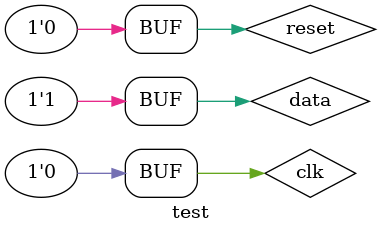
<source format=sv>
module test ();

	logic [7:0] word;
	logic read;
	logic clk;
	logic data;
	logic reset;
	
	keyboard_decoder kb (clk, data, reset, word, read);
	
	initial begin
		reset = 0;
		
		//Escribe A
		#5 clk = 1; data = 0;
		#5 clk = 0;
		#5 clk = 1; data = 0;
		#5 clk = 0; 
		#5 clk = 1; data = 0;
		#5 clk = 0;	
		#5 clk = 1; data = 0;
		#5 clk = 0;
		#5 clk = 1; data = 1;
		#5 clk = 0;
		#5 clk = 1; data = 1;
		#5 clk = 0; 	
		#5 clk = 1; data = 1;
		#5 clk = 0;	
		#5 clk = 1; data = 0;
		#5 clk = 0;
		#5 clk = 1; data = 0;
		#5 clk = 0;
		#5 clk = 1; data = 1;
		#5 clk = 0;
		#5 clk = 1; data = 1;	
		#5 clk = 0;
		
		// Escribe F0
		#5 clk = 1; data = 0;
		#5 clk = 0;
		#5 clk = 1; data = 1;
		#5 clk = 0; 
		#5 clk = 1; data = 1;
		#5 clk = 0;	
		#5 clk = 1; data = 1;
		#5 clk = 0;
		#5 clk = 1; data = 1;
		#5 clk = 0;
		#5 clk = 1; data = 0;
		#5 clk = 0; 	
		#5 clk = 1; data = 0;
		#5 clk = 0;	
		#5 clk = 1; data = 0;
		#5 clk = 0;
		#5 clk = 1; data = 0;
		#5 clk = 0;
		#5 clk = 1; data = 0;
		#5 clk = 0;
		#5 clk = 1; data = 1;	
		#5 clk = 0;
		
		//Escribe S
		#5 clk = 1; data = 0;
		#5 clk = 0;
		#5 clk = 1; data = 0;
		#5 clk = 0; 
		#5 clk = 1; data = 0;
		#5 clk = 0;	
		#5 clk = 1; data = 0;
		#5 clk = 0;
		#5 clk = 1; data = 1;
		#5 clk = 0;
		#5 clk = 1; data = 1;
		#5 clk = 0; 	
		#5 clk = 1; data = 0;
		#5 clk = 0;	
		#5 clk = 1; data = 1;
		#5 clk = 0;
		#5 clk = 1; data = 1;
		#5 clk = 0;
		#5 clk = 1; data = 1;
		#5 clk = 0;
		#5 clk = 1; data = 1;	
		#5 clk = 0;
		
		//Escribe D
		#5 clk = 1; data = 0;
		#5 clk = 0;
		#5 clk = 1; data = 0;
		#5 clk = 0; 
		#5 clk = 1; data = 0;
		#5 clk = 0;	
		#5 clk = 1; data = 1;
		#5 clk = 0;
		#5 clk = 1; data = 0;
		#5 clk = 0;
		#5 clk = 1; data = 0;
		#5 clk = 0; 	
		#5 clk = 1; data = 0;
		#5 clk = 0;	
		#5 clk = 1; data = 1;
		#5 clk = 0;
		#5 clk = 1; data = 1;
		#5 clk = 0;
		#5 clk = 1; data = 1;
		#5 clk = 0;
		#5 clk = 1; data = 1;	
		#5 clk = 0;
		
		//Escribe W
		#5 clk = 1; data = 0;
		#5 clk = 0;
		#5 clk = 1; data = 0;
		#5 clk = 0; 
		#5 clk = 1; data = 0;
		#5 clk = 0;	
		#5 clk = 1; data = 0;
		#5 clk = 0;
		#5 clk = 1; data = 1;
		#5 clk = 0;
		#5 clk = 1; data = 1;
		#5 clk = 0; 	
		#5 clk = 1; data = 1;
		#5 clk = 0;	
		#5 clk = 1; data = 0;
		#5 clk = 0;
		#5 clk = 1; data = 1;
		#5 clk = 0;
		#5 clk = 1; data = 1;
		#5 clk = 0;
		#5 clk = 1; data = 1;	
		#5 clk = 0;
	end
	
endmodule

</source>
